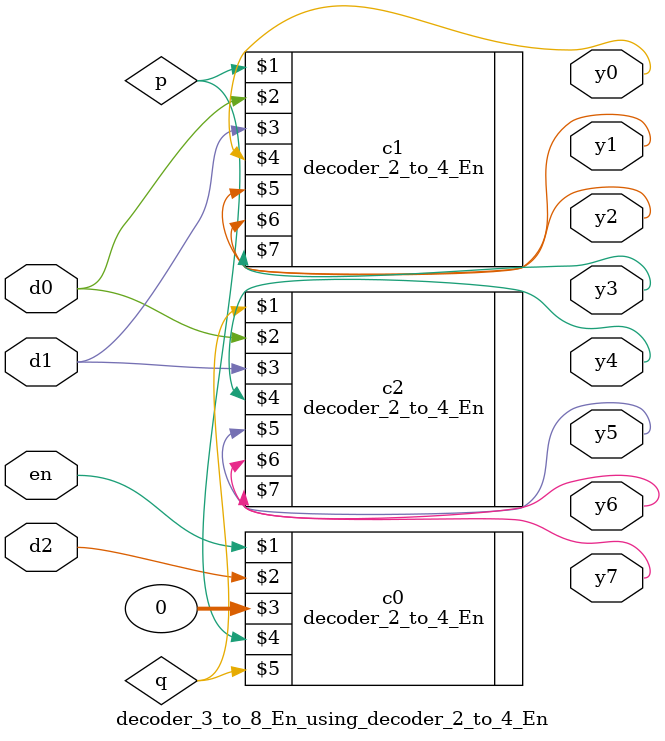
<source format=v>
`timescale 1ns / 1ps


module decoder_3_to_8_En_using_decoder_2_to_4_En(en,d0,d1,d2,y0,y1,y2,y3,y4,y5,y6,y7);
    input en,d0,d1,d2;
    output y0,y1,y2,y3,y4,y5,y6,y7;
    
    wire p,q;
    
    decoder_2_to_4_En c0(en,d2,0,p,q);
    decoder_2_to_4_En c1(p,d0,d1,y0,y1,y2,y3);
    decoder_2_to_4_En c2(q,d0,d1,y4,y5,y6,y7);
    
endmodule

</source>
